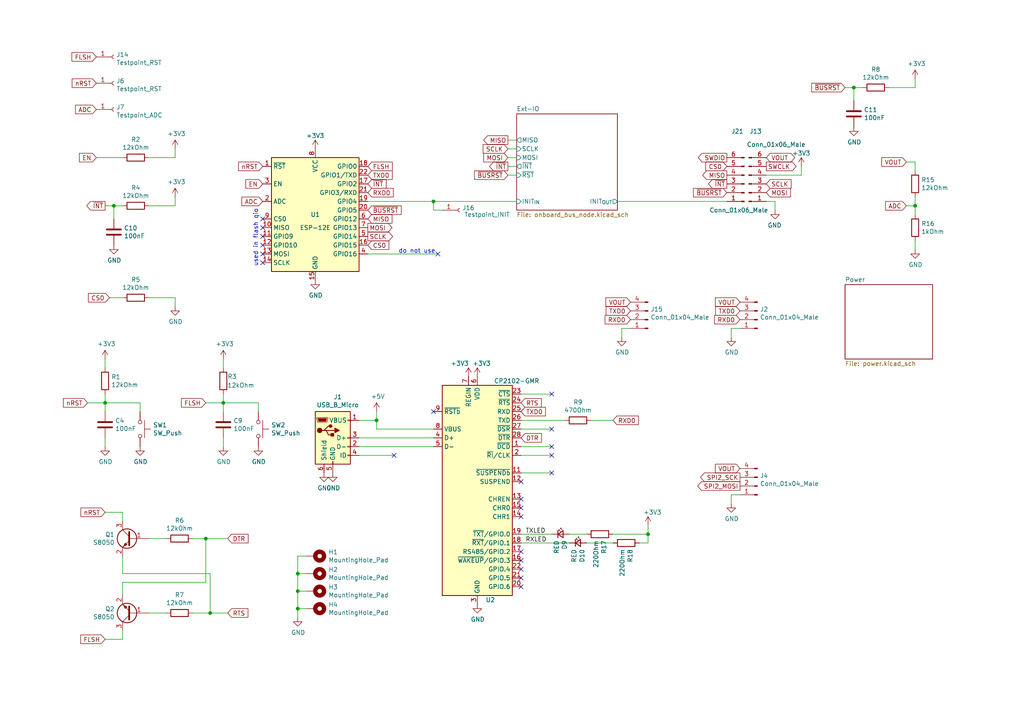
<source format=kicad_sch>
(kicad_sch (version 20211123) (generator eeschema)
  (paper "A4")
  (lib_symbols
    (symbol "Connector:Conn_01x01_Female" (pin_names (offset 1.016) hide)
      (property "Reference" "J" (at 0 2.54 0))
      (property "Value" "Conn_01x01_Female" (at 0 -2.54 0))
      (symbol "Conn_01x01_Female_1_1"
        (polyline (pts (xy -1.27 0) (xy -0.508 0)) (stroke (width 0.1524)))
        (arc (start 0 0.508) (mid -0.508 0) (end 0 -0.508) (stroke (width 0.1524)))
        (pin passive line (at -5.08 0 0) (length 3.81) (name "Pin_1") (number "1"))
      )
    )
    (symbol "Connector:Conn_01x04_Male" (pin_names (offset 1.016) hide)
      (property "Reference" "J" (at 0 5.08 0))
      (property "Value" "Conn_01x04_Male" (at 0 -7.62 0))
      (symbol "Conn_01x04_Male_1_1"
        (polyline (pts (xy 1.27 -5.08) (xy 0.8636 -5.08)) (stroke (width 0.1524)))
        (polyline (pts (xy 1.27 -2.54) (xy 0.8636 -2.54)) (stroke (width 0.1524)))
        (polyline (pts (xy 1.27 0) (xy 0.8636 0)) (stroke (width 0.1524)))
        (polyline (pts (xy 1.27 2.54) (xy 0.8636 2.54)) (stroke (width 0.1524)))
        (rectangle (start 0.8636 -4.953) (end 0 -5.207) (stroke (width 0.1524)) (fill (type outline)))
        (rectangle (start 0.8636 -2.413) (end 0 -2.667) (stroke (width 0.1524)) (fill (type outline)))
        (rectangle (start 0.8636 0.127) (end 0 -0.127) (stroke (width 0.1524)) (fill (type outline)))
        (rectangle (start 0.8636 2.667) (end 0 2.413) (stroke (width 0.1524)) (fill (type outline)))
        (pin passive line (at 5.08 2.54 180) (length 3.81) (name "Pin_1") (number "1"))
        (pin passive line (at 5.08 0 180) (length 3.81) (name "Pin_2") (number "2"))
        (pin passive line (at 5.08 -2.54 180) (length 3.81) (name "Pin_3") (number "3"))
        (pin passive line (at 5.08 -5.08 180) (length 3.81) (name "Pin_4") (number "4"))
      )
    )
    (symbol "Connector:Conn_01x06_Male" (pin_names (offset 1.016) hide)
      (property "Reference" "J" (at 0 7.62 0))
      (property "Value" "Conn_01x06_Male" (at 0 -10.16 0))
      (symbol "Conn_01x06_Male_1_1"
        (polyline (pts (xy 1.27 -7.62) (xy 0.8636 -7.62)) (stroke (width 0.1524)))
        (polyline (pts (xy 1.27 -5.08) (xy 0.8636 -5.08)) (stroke (width 0.1524)))
        (polyline (pts (xy 1.27 -2.54) (xy 0.8636 -2.54)) (stroke (width 0.1524)))
        (polyline (pts (xy 1.27 0) (xy 0.8636 0)) (stroke (width 0.1524)))
        (polyline (pts (xy 1.27 2.54) (xy 0.8636 2.54)) (stroke (width 0.1524)))
        (polyline (pts (xy 1.27 5.08) (xy 0.8636 5.08)) (stroke (width 0.1524)))
        (rectangle (start 0.8636 -7.493) (end 0 -7.747) (stroke (width 0.1524)) (fill (type outline)))
        (rectangle (start 0.8636 -4.953) (end 0 -5.207) (stroke (width 0.1524)) (fill (type outline)))
        (rectangle (start 0.8636 -2.413) (end 0 -2.667) (stroke (width 0.1524)) (fill (type outline)))
        (rectangle (start 0.8636 0.127) (end 0 -0.127) (stroke (width 0.1524)) (fill (type outline)))
        (rectangle (start 0.8636 2.667) (end 0 2.413) (stroke (width 0.1524)) (fill (type outline)))
        (rectangle (start 0.8636 5.207) (end 0 4.953) (stroke (width 0.1524)) (fill (type outline)))
        (pin passive line (at 5.08 5.08 180) (length 3.81) (name "Pin_1") (number "1"))
        (pin passive line (at 5.08 2.54 180) (length 3.81) (name "Pin_2") (number "2"))
        (pin passive line (at 5.08 0 180) (length 3.81) (name "Pin_3") (number "3"))
        (pin passive line (at 5.08 -2.54 180) (length 3.81) (name "Pin_4") (number "4"))
        (pin passive line (at 5.08 -5.08 180) (length 3.81) (name "Pin_5") (number "5"))
        (pin passive line (at 5.08 -7.62 180) (length 3.81) (name "Pin_6") (number "6"))
      )
    )
    (symbol "Connector:USB_B_Micro" (pin_names (offset 1.016))
      (property "Reference" "J" (at -5.08 11.43 0))
      (property "Value" "USB_B_Micro" (at -5.08 8.89 0))
      (symbol "USB_B_Micro_0_1"
        (rectangle (start -5.08 -7.62) (end 5.08 7.62) (stroke (width 0.254)) (fill (type background)))
        (circle (center -3.81 2.159) (radius 0.635) (stroke (width 0.254)) (fill (type outline)))
        (circle (center -0.635 3.429) (radius 0.381) (stroke (width 0.254)) (fill (type outline)))
        (rectangle (start -0.127 -7.62) (end 0.127 -6.858))
        (polyline (pts (xy -1.905 2.159) (xy 0.635 2.159)) (stroke (width 0.254)))
        (polyline (pts (xy -3.175 2.159) (xy -2.54 2.159) (xy -1.27 3.429) (xy -0.635 3.429)) (stroke (width 0.254)))
        (polyline (pts (xy -2.54 2.159) (xy -1.905 2.159) (xy -1.27 0.889) (xy 0 0.889)) (stroke (width 0.254)))
        (polyline (pts (xy 0.635 2.794) (xy 0.635 1.524) (xy 1.905 2.159) (xy 0.635 2.794)) (stroke (width 0.254)) (fill (type outline)))
        (polyline (pts (xy -4.318 5.588) (xy -1.778 5.588) (xy -2.032 4.826) (xy -4.064 4.826) (xy -4.318 5.588)) (fill (type outline)))
        (polyline (pts (xy -4.699 5.842) (xy -4.699 5.588) (xy -4.445 4.826) (xy -4.445 4.572) (xy -1.651 4.572) (xy -1.651 4.826) (xy -1.397 5.588) (xy -1.397 5.842) (xy -4.699 5.842)))
        (rectangle (start 0.254 1.27) (end -0.508 0.508) (stroke (width 0.254)) (fill (type outline)))
        (rectangle (start 5.08 -5.207) (end 4.318 -4.953))
        (rectangle (start 5.08 -2.667) (end 4.318 -2.413))
        (rectangle (start 5.08 -0.127) (end 4.318 0.127))
        (rectangle (start 5.08 4.953) (end 4.318 5.207))
      )
      (symbol "USB_B_Micro_1_1"
        (pin power_out line (at 7.62 5.08 180) (length 2.54) (name "VBUS") (number "1"))
        (pin bidirectional line (at 7.62 -2.54 180) (length 2.54) (name "D-") (number "2"))
        (pin bidirectional line (at 7.62 0 180) (length 2.54) (name "D+") (number "3"))
        (pin passive line (at 7.62 -5.08 180) (length 2.54) (name "ID") (number "4"))
        (pin power_out line (at 0 -10.16 90) (length 2.54) (name "GND") (number "5"))
        (pin passive line (at -2.54 -10.16 90) (length 2.54) (name "Shield") (number "6"))
      )
    )
    (symbol "Device:C" (pin_numbers hide) (pin_names (offset 0.254))
      (property "Reference" "C" (at 0.635 2.54 0))
      (property "Value" "C" (at 0.635 -2.54 0))
      (symbol "C_0_1"
        (polyline (pts (xy -2.032 -0.762) (xy 2.032 -0.762)) (stroke (width 0.508)))
        (polyline (pts (xy -2.032 0.762) (xy 2.032 0.762)) (stroke (width 0.508)))
      )
      (symbol "C_1_1"
        (pin passive line (at 0 3.81 270) (length 2.794) (name "~") (number "1"))
        (pin passive line (at 0 -3.81 90) (length 2.794) (name "~") (number "2"))
      )
    )
    (symbol "Device:LED_Small" (pin_numbers hide) (pin_names (offset 0.254) hide)
      (property "Reference" "D" (at -1.27 3.175 0))
      (property "Value" "LED_Small" (at -4.445 -2.54 0))
      (symbol "LED_Small_0_1"
        (polyline (pts (xy -0.762 -1.016) (xy -0.762 1.016)) (stroke (width 0.254)))
        (polyline (pts (xy 1.016 0) (xy -0.762 0)))
        (polyline (pts (xy 0.762 -1.016) (xy -0.762 0) (xy 0.762 1.016) (xy 0.762 -1.016)) (stroke (width 0.254)))
        (polyline (pts (xy 0 0.762) (xy -0.508 1.27) (xy -0.254 1.27) (xy -0.508 1.27) (xy -0.508 1.016)))
        (polyline (pts (xy 0.508 1.27) (xy 0 1.778) (xy 0.254 1.778) (xy 0 1.778) (xy 0 1.524)))
      )
      (symbol "LED_Small_1_1"
        (pin passive line (at -2.54 0 0) (length 1.778) (name "K") (number "1"))
        (pin passive line (at 2.54 0 180) (length 1.778) (name "A") (number "2"))
      )
    )
    (symbol "Device:Q_NPN_BEC" (pin_names (offset 0) hide)
      (property "Reference" "Q" (at 5.08 1.27 0))
      (property "Value" "Q_NPN_BEC" (at 5.08 -1.27 0))
      (symbol "Q_NPN_BEC_0_1"
        (polyline (pts (xy 0.635 0.635) (xy 2.54 2.54)))
        (polyline (pts (xy 0.635 -0.635) (xy 2.54 -2.54) (xy 2.54 -2.54)))
        (polyline (pts (xy 0.635 1.905) (xy 0.635 -1.905) (xy 0.635 -1.905)) (stroke (width 0.508)))
        (polyline (pts (xy 1.27 -1.778) (xy 1.778 -1.27) (xy 2.286 -2.286) (xy 1.27 -1.778) (xy 1.27 -1.778)) (fill (type outline)))
        (circle (center 1.27 0) (radius 2.8194) (stroke (width 0.254)))
      )
      (symbol "Q_NPN_BEC_1_1"
        (pin input line (at -5.08 0 0) (length 5.715) (name "B") (number "1"))
        (pin passive line (at 2.54 -5.08 90) (length 2.54) (name "E") (number "2"))
        (pin passive line (at 2.54 5.08 270) (length 2.54) (name "C") (number "3"))
      )
    )
    (symbol "Device:R" (pin_numbers hide) (pin_names (offset 0))
      (property "Reference" "R" (at 2.032 0 90))
      (property "Value" "R" (at 0 0 90))
      (symbol "R_0_1"
        (rectangle (start -1.016 -2.54) (end 1.016 2.54) (stroke (width 0.254)))
      )
      (symbol "R_1_1"
        (pin passive line (at 0 3.81 270) (length 1.27) (name "~") (number "1"))
        (pin passive line (at 0 -3.81 90) (length 1.27) (name "~") (number "2"))
      )
    )
    (symbol "Interface_USB:CP2102N-A01-GQFN28"
      (property "Reference" "U" (at -7.62 31.75 0))
      (property "Value" "Interface_USB_CP2102N-A01-GQFN28" (at 26.67 31.75 0))
      (symbol "CP2102N-A01-GQFN28_0_1"
        (rectangle (start -10.16 30.48) (end 10.16 -30.48) (stroke (width 0.254)) (fill (type background)))
      )
      (symbol "CP2102N-A01-GQFN28_1_1"
        (pin input line (at 12.7 12.7 180) (length 2.54) (name "~{DCD}") (number "1"))
        (pin no_connect line (at -10.16 -10.16 0) (length 2.54) hide (name "NC") (number "10"))
        (pin output line (at 12.7 5.08 180) (length 2.54) (name "~{SUSPENDb}") (number "11"))
        (pin output line (at 12.7 2.54 180) (length 2.54) (name "SUSPEND") (number "12"))
        (pin output line (at 12.7 -2.54 180) (length 2.54) (name "CHREN") (number "13"))
        (pin output line (at 12.7 -7.62 180) (length 2.54) (name "CHR1") (number "14"))
        (pin output line (at 12.7 -5.08 180) (length 2.54) (name "CHR0") (number "15"))
        (pin bidirectional line (at 12.7 -20.32 180) (length 2.54) (name "~{WAKEUP}/GPIO.3") (number "16"))
        (pin bidirectional line (at 12.7 -17.78 180) (length 2.54) (name "RS485/GPIO.2") (number "17"))
        (pin bidirectional line (at 12.7 -15.24 180) (length 2.54) (name "~{RXT}/GPIO.1") (number "18"))
        (pin bidirectional line (at 12.7 -12.7 180) (length 2.54) (name "~{TXT}/GPIO.0") (number "19"))
        (pin bidirectional line (at 12.7 10.16 180) (length 2.54) (name "~{RI}/CLK") (number "2"))
        (pin bidirectional line (at 12.7 -27.94 180) (length 2.54) (name "GPIO.6") (number "20"))
        (pin bidirectional line (at 12.7 -25.4 180) (length 2.54) (name "GPIO.5") (number "21"))
        (pin bidirectional line (at 12.7 -22.86 180) (length 2.54) (name "GPIO.4") (number "22"))
        (pin input line (at 12.7 27.94 180) (length 2.54) (name "~{CTS}") (number "23"))
        (pin output line (at 12.7 25.4 180) (length 2.54) (name "~{RTS}") (number "24"))
        (pin input line (at 12.7 22.86 180) (length 2.54) (name "RXD") (number "25"))
        (pin output line (at 12.7 20.32 180) (length 2.54) (name "TXD") (number "26"))
        (pin input line (at 12.7 17.78 180) (length 2.54) (name "~{DSR}") (number "27"))
        (pin output line (at 12.7 15.24 180) (length 2.54) (name "~{DTR}") (number "28"))
        (pin passive line (at 0 -33.02 90) (length 2.54) hide (name "GND") (number "29"))
        (pin power_in line (at 0 -33.02 90) (length 2.54) (name "GND") (number "3"))
        (pin bidirectional line (at -12.7 15.24 0) (length 2.54) (name "D+") (number "4"))
        (pin bidirectional line (at -12.7 12.7 0) (length 2.54) (name "D-") (number "5"))
        (pin passive line (at 0 33.02 270) (length 2.54) (name "VDD") (number "6"))
        (pin power_in line (at -2.54 33.02 270) (length 2.54) (name "REGIN") (number "7"))
        (pin input line (at -12.7 17.78 0) (length 2.54) (name "VBUS") (number "8"))
        (pin input line (at -12.7 22.86 0) (length 2.54) (name "~{RSTb}") (number "9"))
      )
    )
    (symbol "Mechanical:MountingHole_Pad" (pin_numbers hide) (pin_names (offset 1.016) hide)
      (property "Reference" "H" (at 0 6.35 0))
      (property "Value" "MountingHole_Pad" (at 0 4.445 0))
      (symbol "MountingHole_Pad_0_1"
        (circle (center 0 1.27) (radius 1.27) (stroke (width 1.27)))
      )
      (symbol "MountingHole_Pad_1_1"
        (pin input line (at 0 -2.54 90) (length 2.54) (name "1") (number "1"))
      )
    )
    (symbol "RF_Module:ESP-12E"
      (property "Reference" "U" (at -12.7 19.05 0))
      (property "Value" "ESP-12E" (at 12.7 19.05 0))
      (symbol "ESP-12E_0_1"
        (rectangle (start -12.7 17.78) (end 12.7 -15.24) (stroke (width 0.254)) (fill (type background)))
      )
      (symbol "ESP-12E_1_1"
        (pin input line (at -15.24 15.24 0) (length 2.54) (name "~{RST}") (number "1"))
        (pin bidirectional line (at -15.24 -2.54 0) (length 2.54) (name "MISO") (number "10"))
        (pin bidirectional line (at -15.24 -5.08 0) (length 2.54) (name "GPIO9") (number "11"))
        (pin bidirectional line (at -15.24 -7.62 0) (length 2.54) (name "GPIO10") (number "12"))
        (pin bidirectional line (at -15.24 -10.16 0) (length 2.54) (name "MOSI") (number "13"))
        (pin bidirectional line (at -15.24 -12.7 0) (length 2.54) (name "SCLK") (number "14"))
        (pin power_in line (at 0 -17.78 90) (length 2.54) (name "GND") (number "15"))
        (pin bidirectional line (at 15.24 -7.62 180) (length 2.54) (name "GPIO15") (number "16"))
        (pin bidirectional line (at 15.24 10.16 180) (length 2.54) (name "GPIO2") (number "17"))
        (pin bidirectional line (at 15.24 15.24 180) (length 2.54) (name "GPIO0") (number "18"))
        (pin bidirectional line (at 15.24 5.08 180) (length 2.54) (name "GPIO4") (number "19"))
        (pin input line (at -15.24 5.08 0) (length 2.54) (name "ADC") (number "2"))
        (pin bidirectional line (at 15.24 2.54 180) (length 2.54) (name "GPIO5") (number "20"))
        (pin bidirectional line (at 15.24 7.62 180) (length 2.54) (name "GPIO3/RXD") (number "21"))
        (pin bidirectional line (at 15.24 12.7 180) (length 2.54) (name "GPIO1/TXD") (number "22"))
        (pin input line (at -15.24 10.16 0) (length 2.54) (name "EN") (number "3"))
        (pin bidirectional line (at 15.24 -10.16 180) (length 2.54) (name "GPIO16") (number "4"))
        (pin bidirectional line (at 15.24 -5.08 180) (length 2.54) (name "GPIO14") (number "5"))
        (pin bidirectional line (at 15.24 0 180) (length 2.54) (name "GPIO12") (number "6"))
        (pin bidirectional line (at 15.24 -2.54 180) (length 2.54) (name "GPIO13") (number "7"))
        (pin power_in line (at 0 20.32 270) (length 2.54) (name "VCC") (number "8"))
        (pin input line (at -15.24 0 0) (length 2.54) (name "CS0") (number "9"))
      )
    )
    (symbol "Switch:SW_Push" (pin_numbers hide) (pin_names (offset 1.016) hide)
      (property "Reference" "SW" (at 1.27 2.54 0))
      (property "Value" "SW_Push" (at 0 -1.524 0))
      (symbol "SW_Push_0_1"
        (circle (center -2.032 0) (radius 0.508))
        (polyline (pts (xy 0 1.27) (xy 0 3.048)))
        (polyline (pts (xy 2.54 1.27) (xy -2.54 1.27)))
        (circle (center 2.032 0) (radius 0.508))
        (pin passive line (at -5.08 0 0) (length 2.54) (name "1") (number "1"))
        (pin passive line (at 5.08 0 180) (length 2.54) (name "2") (number "2"))
      )
    )
    (symbol "power:+3.3V" (power) (pin_names (offset 0))
      (property "Value" "+3.3V" (at 0 3.556 0))
      (symbol "+3.3V_0_1"
        (polyline (pts (xy -0.762 1.27) (xy 0 2.54)))
        (polyline (pts (xy 0 0) (xy 0 2.54)))
        (polyline (pts (xy 0 2.54) (xy 0.762 1.27)))
      )
      (symbol "+3.3V_1_1"
        (pin power_in line (at 0 0 90) (length 0) hide (name "+3V3") (number "1"))
      )
    )
    (symbol "power:+5V" (power) (pin_names (offset 0))
      (property "Value" "+5V" (at 0 3.556 0))
      (symbol "+5V_0_1"
        (polyline (pts (xy -0.762 1.27) (xy 0 2.54)))
        (polyline (pts (xy 0 0) (xy 0 2.54)))
        (polyline (pts (xy 0 2.54) (xy 0.762 1.27)))
      )
      (symbol "+5V_1_1"
        (pin power_in line (at 0 0 90) (length 0) hide (name "+5V") (number "1"))
      )
    )
    (symbol "power:GND" (power) (pin_names (offset 0))
      (property "Value" "GND" (at 0 -3.81 0))
      (symbol "GND_0_1"
        (polyline (pts (xy 0 0) (xy 0 -1.27) (xy 1.27 -1.27) (xy 0 -2.54) (xy -1.27 -1.27) (xy 0 -1.27)))
      )
      (symbol "GND_1_1"
        (pin power_in line (at 0 0 270) (length 0) hide (name "GND") (number "1"))
      )
    )
  )
  (junction (at 265.43 59.69))
  (junction (at 86.36 171.45))
  (junction (at 60.96 177.8))
  (junction (at 64.77 116.84))
  (junction (at 33.02 59.69))
  (junction (at 59.69 156.21))
  (junction (at 187.96 154.94))
  (junction (at 109.22 121.92))
  (junction (at 247.65 25.4))
  (junction (at 125.73 58.42))
  (junction (at 86.36 176.53))
  (junction (at 30.48 116.84))
  (junction (at 86.36 166.37))
  (no_connect (at 76.2 71.12))
  (no_connect (at 160.02 137.16))
  (no_connect (at 151.13 165.1))
  (no_connect (at 125.73 119.38))
  (no_connect (at 76.2 73.66))
  (no_connect (at 76.2 63.5))
  (no_connect (at 160.02 129.54))
  (no_connect (at 127 73.66))
  (no_connect (at 151.13 149.86))
  (no_connect (at 160.02 124.46))
  (no_connect (at 151.13 162.56))
  (no_connect (at 151.13 144.78))
  (no_connect (at 151.13 147.32))
  (no_connect (at 76.2 68.58))
  (no_connect (at 76.2 66.04))
  (no_connect (at 151.13 170.18))
  (no_connect (at 76.2 76.2))
  (no_connect (at 114.3 132.08))
  (no_connect (at 160.02 114.3))
  (no_connect (at 160.02 132.08))
  (no_connect (at 151.13 160.02))
  (no_connect (at 151.13 167.64))
  (no_connect (at 151.13 139.7))
  (wire (pts (xy 125.73 127) (xy 104.14 127)))
  (wire (pts (xy 151.13 137.16) (xy 160.02 137.16)))
  (wire (pts (xy 151.13 132.08) (xy 160.02 132.08)))
  (wire (pts (xy 33.02 59.69) (xy 33.02 63.5)))
  (wire (pts (xy 59.69 168.91) (xy 59.69 156.21)))
  (wire (pts (xy 35.56 172.72) (xy 35.56 168.91)))
  (wire (pts (xy 262.89 59.69) (xy 265.43 59.69)))
  (wire (pts (xy 35.56 59.69) (xy 33.02 59.69)))
  (wire (pts (xy 60.96 166.37) (xy 60.96 177.8)))
  (wire (pts (xy 35.56 161.29) (xy 35.56 166.37)))
  (wire (pts (xy 106.68 58.42) (xy 125.73 58.42)))
  (wire (pts (xy 265.43 25.4) (xy 265.43 22.86)))
  (wire (pts (xy 265.43 72.39) (xy 265.43 69.85)))
  (wire (pts (xy 88.9 176.53) (xy 86.36 176.53)))
  (wire (pts (xy 179.07 58.42) (xy 210.82 58.42)))
  (wire (pts (xy 30.48 116.84) (xy 30.48 119.38)))
  (wire (pts (xy 43.18 86.36) (xy 50.8 86.36)))
  (wire (pts (xy 35.56 185.42) (xy 30.48 185.42)))
  (wire (pts (xy 86.36 161.29) (xy 86.36 166.37)))
  (wire (pts (xy 125.73 60.96) (xy 125.73 58.42)))
  (wire (pts (xy 187.96 154.94) (xy 187.96 152.4)))
  (wire (pts (xy 86.36 176.53) (xy 86.36 179.07)))
  (wire (pts (xy 165.1 154.94) (xy 170.18 154.94)))
  (wire (pts (xy 109.22 121.92) (xy 109.22 119.38)))
  (wire (pts (xy 88.9 161.29) (xy 86.36 161.29)))
  (wire (pts (xy 74.93 119.38) (xy 74.93 116.84)))
  (wire (pts (xy 33.02 59.69) (xy 30.48 59.69)))
  (wire (pts (xy 265.43 49.53) (xy 265.43 46.99)))
  (wire (pts (xy 48.26 156.21) (xy 43.18 156.21)))
  (wire (pts (xy 147.32 45.72) (xy 149.86 45.72)))
  (wire (pts (xy 30.48 114.3) (xy 30.48 116.84)))
  (wire (pts (xy 50.8 86.36) (xy 50.8 88.9)))
  (wire (pts (xy 35.56 151.13) (xy 35.56 148.59)))
  (wire (pts (xy 86.36 171.45) (xy 86.36 176.53)))
  (wire (pts (xy 147.32 40.64) (xy 149.86 40.64)))
  (wire (pts (xy 247.65 25.4) (xy 245.11 25.4)))
  (wire (pts (xy 64.77 127) (xy 64.77 129.54)))
  (wire (pts (xy 64.77 114.3) (xy 64.77 116.84)))
  (wire (pts (xy 212.09 95.25) (xy 212.09 97.79)))
  (wire (pts (xy 104.14 132.08) (xy 114.3 132.08)))
  (wire (pts (xy 30.48 104.14) (xy 30.48 106.68)))
  (wire (pts (xy 257.81 25.4) (xy 265.43 25.4)))
  (wire (pts (xy 43.18 59.69) (xy 50.8 59.69)))
  (wire (pts (xy 30.48 127) (xy 30.48 129.54)))
  (wire (pts (xy 151.13 154.94) (xy 160.02 154.94)))
  (wire (pts (xy 185.42 157.48) (xy 187.96 157.48)))
  (wire (pts (xy 66.04 177.8) (xy 60.96 177.8)))
  (wire (pts (xy 59.69 156.21) (xy 55.88 156.21)))
  (wire (pts (xy 180.34 95.25) (xy 180.34 97.79)))
  (wire (pts (xy 40.64 116.84) (xy 30.48 116.84)))
  (wire (pts (xy 109.22 124.46) (xy 125.73 124.46)))
  (wire (pts (xy 35.56 148.59) (xy 30.48 148.59)))
  (wire (pts (xy 232.41 50.8) (xy 222.25 50.8)))
  (wire (pts (xy 50.8 45.72) (xy 50.8 43.18)))
  (wire (pts (xy 43.18 45.72) (xy 50.8 45.72)))
  (wire (pts (xy 35.56 168.91) (xy 59.69 168.91)))
  (wire (pts (xy 224.79 58.42) (xy 224.79 60.96)))
  (wire (pts (xy 88.9 171.45) (xy 86.36 171.45)))
  (wire (pts (xy 214.63 95.25) (xy 212.09 95.25)))
  (wire (pts (xy 125.73 58.42) (xy 149.86 58.42)))
  (wire (pts (xy 187.96 157.48) (xy 187.96 154.94)))
  (wire (pts (xy 147.32 50.8) (xy 149.86 50.8)))
  (wire (pts (xy 59.69 116.84) (xy 64.77 116.84)))
  (wire (pts (xy 35.56 182.88) (xy 35.56 185.42)))
  (wire (pts (xy 147.32 48.26) (xy 149.86 48.26)))
  (wire (pts (xy 265.43 62.23) (xy 265.43 59.69)))
  (wire (pts (xy 35.56 166.37) (xy 60.96 166.37)))
  (wire (pts (xy 25.4 116.84) (xy 30.48 116.84)))
  (wire (pts (xy 74.93 116.84) (xy 64.77 116.84)))
  (wire (pts (xy 151.13 129.54) (xy 160.02 129.54)))
  (wire (pts (xy 247.65 25.4) (xy 247.65 29.21)))
  (wire (pts (xy 104.14 121.92) (xy 109.22 121.92)))
  (wire (pts (xy 55.88 177.8) (xy 60.96 177.8)))
  (wire (pts (xy 109.22 121.92) (xy 109.22 124.46)))
  (wire (pts (xy 151.13 124.46) (xy 160.02 124.46)))
  (wire (pts (xy 151.13 157.48) (xy 165.1 157.48)))
  (wire (pts (xy 43.18 177.8) (xy 48.26 177.8)))
  (wire (pts (xy 177.8 154.94) (xy 187.96 154.94)))
  (wire (pts (xy 40.64 119.38) (xy 40.64 116.84)))
  (wire (pts (xy 125.73 129.54) (xy 104.14 129.54)))
  (wire (pts (xy 86.36 166.37) (xy 86.36 171.45)))
  (wire (pts (xy 265.43 59.69) (xy 265.43 57.15)))
  (wire (pts (xy 222.25 58.42) (xy 224.79 58.42)))
  (wire (pts (xy 50.8 59.69) (xy 50.8 57.15)))
  (wire (pts (xy 250.19 25.4) (xy 247.65 25.4)))
  (wire (pts (xy 88.9 166.37) (xy 86.36 166.37)))
  (wire (pts (xy 214.63 143.51) (xy 212.09 143.51)))
  (wire (pts (xy 182.88 95.25) (xy 180.34 95.25)))
  (wire (pts (xy 35.56 86.36) (xy 31.75 86.36)))
  (wire (pts (xy 265.43 46.99) (xy 262.89 46.99)))
  (wire (pts (xy 35.56 45.72) (xy 27.94 45.72)))
  (wire (pts (xy 147.32 43.18) (xy 149.86 43.18)))
  (wire (pts (xy 151.13 114.3) (xy 160.02 114.3)))
  (wire (pts (xy 232.41 48.26) (xy 232.41 50.8)))
  (wire (pts (xy 163.83 121.92) (xy 151.13 121.92)))
  (wire (pts (xy 127 73.66) (xy 106.68 73.66)))
  (wire (pts (xy 66.04 156.21) (xy 59.69 156.21)))
  (wire (pts (xy 128.27 60.96) (xy 125.73 60.96)))
  (wire (pts (xy 212.09 143.51) (xy 212.09 146.05)))
  (wire (pts (xy 170.18 157.48) (xy 177.8 157.48)))
  (wire (pts (xy 64.77 104.14) (xy 64.77 106.68)))
  (wire (pts (xy 64.77 116.84) (xy 64.77 119.38)))
  (wire (pts (xy 177.8 121.92) (xy 171.45 121.92)))
  (text "do not use" (at 115.57 73.66 0) (effects (font (size 1.27 1.27)) (justify left bottom)))
  (text "used in flash qio" (at 74.93 77.47 90) (effects (font (size 1.27 1.27)) (justify left bottom)))
  (label "TXLED" (at 152.4 154.94 0))
  (label "RXLED" (at 152.4 157.48 0))
  (global_label "VOUT" (shape input) (at 262.89 46.99 180) (property "Referenzen zwischen Schaltplänen" "${INTERSHEET_REFS}" (effects hide)))
  (global_label "MOSI" (shape input) (at 222.25 55.88 0) (property "Referenzen zwischen Schaltplänen" "${INTERSHEET_REFS}" (effects hide)))
  (global_label "FLSH" (shape input) (at 27.94 16.51 180) (property "Referenzen zwischen Schaltplänen" "${INTERSHEET_REFS}" (effects hide)))
  (global_label "VOUT" (shape input) (at 182.88 87.63 180) (property "Referenzen zwischen Schaltplänen" "${INTERSHEET_REFS}" (effects hide)))
  (global_label "FLSH" (shape input) (at 106.68 48.26 0) (property "Referenzen zwischen Schaltplänen" "${INTERSHEET_REFS}" (effects hide)))
  (global_label "nRST" (shape input) (at 27.94 24.13 180) (property "Referenzen zwischen Schaltplänen" "${INTERSHEET_REFS}" (effects hide)))
  (global_label "ADC" (shape input) (at 27.94 31.75 180) (property "Referenzen zwischen Schaltplänen" "${INTERSHEET_REFS}" (effects hide)))
  (global_label "RXD0" (shape input) (at 214.63 92.71 180) (property "Referenzen zwischen Schaltplänen" "${INTERSHEET_REFS}" (effects hide)))
  (global_label "~{BUSRST}" (shape input) (at 210.82 55.88 180) (property "Referenzen zwischen Schaltplänen" "${INTERSHEET_REFS}" (effects hide)))
  (global_label "FLSH" (shape input) (at 30.48 185.42 180) (property "Referenzen zwischen Schaltplänen" "${INTERSHEET_REFS}" (effects hide)))
  (global_label "EN" (shape input) (at 27.94 45.72 180) (property "Referenzen zwischen Schaltplänen" "${INTERSHEET_REFS}" (effects hide)))
  (global_label "~{INT}" (shape output) (at 210.82 53.34 180) (property "Referenzen zwischen Schaltplänen" "${INTERSHEET_REFS}" (effects hide)))
  (global_label "nRST" (shape input) (at 30.48 148.59 180) (property "Referenzen zwischen Schaltplänen" "${INTERSHEET_REFS}" (effects hide)))
  (global_label "SCLK" (shape input) (at 147.32 43.18 180) (property "Referenzen zwischen Schaltplänen" "${INTERSHEET_REFS}" (effects hide)))
  (global_label "RXD0" (shape input) (at 106.68 55.88 0) (property "Referenzen zwischen Schaltplänen" "${INTERSHEET_REFS}" (effects hide)))
  (global_label "ADC" (shape input) (at 76.2 58.42 180) (property "Referenzen zwischen Schaltplänen" "${INTERSHEET_REFS}" (effects hide)))
  (global_label "MISO" (shape output) (at 147.32 40.64 180) (property "Referenzen zwischen Schaltplänen" "${INTERSHEET_REFS}" (effects hide)))
  (global_label "RXD0" (shape input) (at 182.88 92.71 180) (property "Referenzen zwischen Schaltplänen" "${INTERSHEET_REFS}" (effects hide)))
  (global_label "SWCLK" (shape output) (at 222.25 48.26 0) (property "Referenzen zwischen Schaltplänen" "${INTERSHEET_REFS}" (effects hide)))
  (global_label "MISO" (shape input) (at 106.68 63.5 0) (property "Referenzen zwischen Schaltplänen" "${INTERSHEET_REFS}" (effects hide)))
  (global_label "RTS" (shape input) (at 66.04 177.8 0) (property "Referenzen zwischen Schaltplänen" "${INTERSHEET_REFS}" (effects hide)))
  (global_label "TXD0" (shape input) (at 106.68 50.8 0) (property "Referenzen zwischen Schaltplänen" "${INTERSHEET_REFS}" (effects hide)))
  (global_label "DTR" (shape input) (at 151.13 127 0) (property "Referenzen zwischen Schaltplänen" "${INTERSHEET_REFS}" (effects hide)))
  (global_label "FLSH" (shape input) (at 59.69 116.84 180) (property "Referenzen zwischen Schaltplänen" "${INTERSHEET_REFS}" (effects hide)))
  (global_label "RTS" (shape input) (at 151.13 116.84 0) (property "Referenzen zwischen Schaltplänen" "${INTERSHEET_REFS}" (effects hide)))
  (global_label "nRST" (shape input) (at 76.2 48.26 180) (property "Referenzen zwischen Schaltplänen" "${INTERSHEET_REFS}" (effects hide)))
  (global_label "SWDIO" (shape output) (at 210.82 45.72 180) (property "Referenzen zwischen Schaltplänen" "${INTERSHEET_REFS}" (effects hide)))
  (global_label "VOUT" (shape input) (at 214.63 135.89 180) (property "Referenzen zwischen Schaltplänen" "${INTERSHEET_REFS}" (effects hide)))
  (global_label "TXD0" (shape input) (at 182.88 90.17 180) (property "Referenzen zwischen Schaltplänen" "${INTERSHEET_REFS}" (effects hide)))
  (global_label "~{BUSRST}" (shape input) (at 245.11 25.4 180) (property "Referenzen zwischen Schaltplänen" "${INTERSHEET_REFS}" (effects hide)))
  (global_label "VOUT" (shape bidirectional) (at 222.25 45.72 0) (property "Referenzen zwischen Schaltplänen" "${INTERSHEET_REFS}" (effects hide)))
  (global_label "MOSI" (shape output) (at 106.68 66.04 0) (property "Referenzen zwischen Schaltplänen" "${INTERSHEET_REFS}" (effects hide)))
  (global_label "RXD0" (shape input) (at 177.8 121.92 0) (property "Referenzen zwischen Schaltplänen" "${INTERSHEET_REFS}" (effects hide)))
  (global_label "SPI2_SCK" (shape output) (at 214.63 138.43 180) (property "Referenzen zwischen Schaltplänen" "${INTERSHEET_REFS}" (effects hide)))
  (global_label "MOSI" (shape input) (at 147.32 45.72 180) (property "Referenzen zwischen Schaltplänen" "${INTERSHEET_REFS}" (effects hide)))
  (global_label "DTR" (shape input) (at 66.04 156.21 0) (property "Referenzen zwischen Schaltplänen" "${INTERSHEET_REFS}" (effects hide)))
  (global_label "nRST" (shape input) (at 25.4 116.84 180) (property "Referenzen zwischen Schaltplänen" "${INTERSHEET_REFS}" (effects hide)))
  (global_label "~{INT}" (shape input) (at 106.68 53.34 0) (property "Referenzen zwischen Schaltplänen" "${INTERSHEET_REFS}" (effects hide)))
  (global_label "TXD0" (shape input) (at 214.63 90.17 180) (property "Referenzen zwischen Schaltplänen" "${INTERSHEET_REFS}" (effects hide)))
  (global_label "ADC" (shape input) (at 262.89 59.69 180) (property "Referenzen zwischen Schaltplänen" "${INTERSHEET_REFS}" (effects hide)))
  (global_label "~{BUSRST}" (shape input) (at 106.68 60.96 0) (property "Referenzen zwischen Schaltplänen" "${INTERSHEET_REFS}" (effects hide)))
  (global_label "TXD0" (shape input) (at 151.13 119.38 0) (property "Referenzen zwischen Schaltplänen" "${INTERSHEET_REFS}" (effects hide)))
  (global_label "VOUT" (shape input) (at 214.63 87.63 180) (property "Referenzen zwischen Schaltplänen" "${INTERSHEET_REFS}" (effects hide)))
  (global_label "SCLK" (shape output) (at 106.68 68.58 0) (property "Referenzen zwischen Schaltplänen" "${INTERSHEET_REFS}" (effects hide)))
  (global_label "~{INT}" (shape output) (at 147.32 48.26 180) (property "Referenzen zwischen Schaltplänen" "${INTERSHEET_REFS}" (effects hide)))
  (global_label "SCLK" (shape input) (at 222.25 53.34 0) (property "Referenzen zwischen Schaltplänen" "${INTERSHEET_REFS}" (effects hide)))
  (global_label "CS0" (shape input) (at 106.68 71.12 0) (property "Referenzen zwischen Schaltplänen" "${INTERSHEET_REFS}" (effects hide)))
  (global_label "~{BUSRST}" (shape input) (at 147.32 50.8 180) (property "Referenzen zwischen Schaltplänen" "${INTERSHEET_REFS}" (effects hide)))
  (global_label "~{INT}" (shape output) (at 30.48 59.69 180) (property "Referenzen zwischen Schaltplänen" "${INTERSHEET_REFS}" (effects hide)))
  (global_label "MISO" (shape output) (at 210.82 50.8 180) (property "Referenzen zwischen Schaltplänen" "${INTERSHEET_REFS}" (effects hide)))
  (global_label "CS0" (shape input) (at 210.82 48.26 180) (property "Referenzen zwischen Schaltplänen" "${INTERSHEET_REFS}" (effects hide)))
  (global_label "CS0" (shape input) (at 31.75 86.36 180) (property "Referenzen zwischen Schaltplänen" "${INTERSHEET_REFS}" (effects hide)))
  (global_label "SPI2_MOSI" (shape output) (at 214.63 140.97 180) (property "Referenzen zwischen Schaltplänen" "${INTERSHEET_REFS}" (effects hide)))
  (global_label "EN" (shape input) (at 76.2 53.34 180) (property "Referenzen zwischen Schaltplänen" "${INTERSHEET_REFS}" (effects hide)))
  (symbol (lib_id "Interface_USB:CP2102N-A01-GQFN28") (at 138.43 142.24 0) (unit 1)
    (property "Reference" "U2" (at 142.24 173.99 0))
    (property "Value" "CP2102-GMR" (at 149.86 110.49 0))
    (property "Footprint" "Package_DFN_QFN:QFN-28-1EP_5x5mm_P0.5mm_EP3.35x3.35mm" (effects hide))
    (property "Datasheet" "https://www.silabs.com/documents/public/data-sheets/cp2102n-datasheet.pdf" (effects hide))
    (property "LCSC" "C6568" (effects hide))
  )
  (symbol (lib_id "Device:R") (at 52.07 177.8 270) (unit 1)
    (property "Reference" "R7" (at 52.07 172.5422 90))
    (property "Value" "12kOhm" (at 52.07 174.8536 90))
    (property "Footprint" "Resistor_SMD:R_0603_1608Metric" (effects hide))
    (property "LCSC" "C22790" (effects hide))
  )
  (symbol (lib_id "Device:R") (at 52.07 156.21 270) (unit 1)
    (property "Reference" "R6" (at 52.07 150.9522 90))
    (property "Value" "12kOhm" (at 52.07 153.2636 90))
    (property "Footprint" "Resistor_SMD:R_0603_1608Metric" (effects hide))
    (property "LCSC" "C22790" (effects hide))
  )
  (symbol (lib_id "power:+3.3V") (at 138.43 109.22 0) (unit 1)
    (property "Reference" "#PWR0117" (effects hide))
    (property "Value" "+3.3V" (at 139.7 105.41 0))
  )
  (symbol (lib_id "power:+3.3V") (at 135.89 109.22 0) (unit 1)
    (property "Reference" "#PWR0118" (effects hide))
    (property "Value" "+3.3V" (at 133.35 105.41 0))
  )
  (symbol (lib_id "power:GND") (at 138.43 175.26 0) (unit 1)
    (property "Reference" "#PWR0116" (effects hide))
    (property "Value" "GND" (at 138.557 179.6542 0))
  )
  (symbol (lib_id "Connector:USB_B_Micro") (at 96.52 127 0) (unit 1)
    (property "Reference" "J1" (at 97.9678 115.1382 0))
    (property "Value" "USB_B_Micro" (at 97.9678 117.4496 0))
    (property "Footprint" "stock:micro_usb" (effects hide))
    (property "LCSC" "C40943" (effects hide))
  )
  (symbol (lib_id "power:GND") (at 96.52 137.16 0) (unit 1)
    (property "Reference" "#PWR0114" (effects hide))
    (property "Value" "GND" (at 96.647 141.5542 0))
  )
  (symbol (lib_id "power:GND") (at 93.98 137.16 0) (unit 1)
    (property "Reference" "#PWR0113" (effects hide))
    (property "Value" "GND" (at 94.107 141.5542 0))
  )
  (symbol (lib_id "power:GND") (at 30.48 129.54 0) (unit 1)
    (property "Reference" "#PWR0107" (effects hide))
    (property "Value" "GND" (at 30.607 133.9342 0))
  )
  (symbol (lib_id "power:+3.3V") (at 30.48 104.14 0) (unit 1)
    (property "Reference" "#PWR0110" (effects hide))
    (property "Value" "+3.3V" (at 30.861 99.7458 0))
  )
  (symbol (lib_id "Device:R") (at 30.48 110.49 0) (unit 1)
    (property "Reference" "R1" (at 32.258 109.3216 0) (effects (justify left)))
    (property "Value" "12kOhm" (at 32.258 111.633 0) (effects (justify left)))
    (property "Footprint" "Resistor_SMD:R_0603_1608Metric" (effects hide))
    (property "LCSC" "C22790" (effects hide))
  )
  (symbol (lib_id "Device:C") (at 30.48 123.19 0) (unit 1)
    (property "Reference" "C4" (at 33.401 122.0216 0) (effects (justify left)))
    (property "Value" "100nF" (at 33.401 124.333 0) (effects (justify left)))
    (property "Footprint" "Capacitor_SMD:C_0603_1608Metric" (effects hide))
    (property "LCSC" "C14663" (effects hide))
  )
  (symbol (lib_id "Device:R") (at 39.37 86.36 270) (unit 1)
    (property "Reference" "R5" (at 39.37 81.1022 90))
    (property "Value" "12kOhm" (at 39.37 83.4136 90))
    (property "Footprint" "Resistor_SMD:R_0603_1608Metric" (effects hide))
    (property "LCSC" "C22790" (effects hide))
  )
  (symbol (lib_id "Device:R") (at 39.37 59.69 270) (unit 1)
    (property "Reference" "R4" (at 39.37 54.4322 90))
    (property "Value" "12kOhm" (at 39.37 56.7436 90))
    (property "Footprint" "Resistor_SMD:R_0603_1608Metric" (effects hide))
    (property "LCSC" "C22790" (effects hide))
  )
  (symbol (lib_id "Device:R") (at 64.77 110.49 0) (unit 1)
    (property "Reference" "R3" (at 67.31 109.22 0))
    (property "Value" "12kOhm" (at 69.85 111.76 0))
    (property "Footprint" "Resistor_SMD:R_0603_1608Metric" (effects hide))
    (property "LCSC" "C22790" (effects hide))
  )
  (symbol (lib_id "Device:R") (at 39.37 45.72 270) (unit 1)
    (property "Reference" "R2" (at 39.37 40.4622 90))
    (property "Value" "12kOhm" (at 39.37 42.7736 90))
    (property "Footprint" "Resistor_SMD:R_0603_1608Metric" (effects hide))
    (property "LCSC" "C22790" (effects hide))
  )
  (symbol (lib_id "power:+3.3V") (at 50.8 57.15 0) (unit 1)
    (property "Reference" "#PWR0104" (effects hide))
    (property "Value" "+3.3V" (at 51.181 52.7558 0))
  )
  (symbol (lib_id "power:+3.3V") (at 50.8 43.18 0) (unit 1)
    (property "Reference" "#PWR0105" (effects hide))
    (property "Value" "+3.3V" (at 51.181 38.7858 0))
  )
  (symbol (lib_id "power:GND") (at 50.8 88.9 0) (unit 1)
    (property "Reference" "#PWR0109" (effects hide))
    (property "Value" "GND" (at 50.927 93.2942 0))
  )
  (symbol (lib_id "Device:R") (at 167.64 121.92 270) (unit 1)
    (property "Reference" "R9" (at 167.64 116.6622 90))
    (property "Value" "470Ohm" (at 167.64 118.9736 90))
    (property "Footprint" "Resistor_SMD:R_0603_1608Metric" (effects hide))
    (property "LCSC" "C23179" (effects hide))
  )
  (symbol (lib_id "power:+5V") (at 109.22 119.38 0) (unit 1)
    (property "Reference" "#PWR0119" (effects hide))
    (property "Value" "+5V" (at 109.601 114.9858 0))
  )
  (symbol (lib_id "Connector:Conn_01x04_Male") (at 219.71 140.97 180) (unit 1)
    (property "Reference" "J4" (at 220.4212 137.9728 0) (effects (justify right)))
    (property "Value" "Conn_01x04_Male" (at 220.4212 140.2842 0) (effects (justify right)))
    (property "Footprint" "TerminalBlock:TerminalBlock_bornier-4_P5.08mm" (effects hide))
    (property "LCSC" "-" (effects hide))
  )
  (symbol (lib_id "power:GND") (at 212.09 146.05 0) (unit 1)
    (property "Reference" "#PWR0128" (effects hide))
    (property "Value" "GND" (at 212.217 150.4442 0))
  )
  (symbol (lib_id "power:GND") (at 212.09 97.79 0) (unit 1)
    (property "Reference" "#PWR0120" (effects hide))
    (property "Value" "GND" (at 212.217 102.1842 0))
  )
  (symbol (lib_id "RF_Module:ESP-12E") (at 91.44 63.5 0) (unit 1)
    (property "Reference" "U1" (at 91.44 62.23 0))
    (property "Value" "ESP-12E" (at 91.44 66.04 0))
    (property "Footprint" "RF_Module:ESP-12E" (effects hide))
    (property "Datasheet" "http://wiki.ai-thinker.com/_media/esp8266/esp8266_series_modules_user_manual_v1.1.pdf" (effects hide))
    (property "LCSC" "-" (effects hide))
  )
  (symbol (lib_id "power:GND") (at 224.79 60.96 0) (mirror y) (unit 1)
    (property "Reference" "#PWR0123" (effects hide))
    (property "Value" "GND" (at 224.663 65.3542 0))
  )
  (symbol (lib_id "Device:R") (at 265.43 53.34 180) (unit 1)
    (property "Reference" "R15" (at 267.208 52.1716 0) (effects (justify right)))
    (property "Value" "12kOhm" (at 267.208 54.483 0) (effects (justify right)))
    (property "Footprint" "Resistor_SMD:R_0603_1608Metric" (effects hide))
    (property "LCSC" "C22790" (effects hide))
  )
  (symbol (lib_id "Device:R") (at 265.43 66.04 180) (unit 1)
    (property "Reference" "R16" (at 267.208 64.8716 0) (effects (justify right)))
    (property "Value" "1kOhm" (at 267.208 67.183 0) (effects (justify right)))
    (property "Footprint" "Resistor_SMD:R_0603_1608Metric" (effects hide))
    (property "LCSC" "C21190" (effects hide))
  )
  (symbol (lib_id "power:GND") (at 265.43 72.39 0) (unit 1)
    (property "Reference" "#PWR0122" (effects hide))
    (property "Value" "GND" (at 265.557 76.7842 0))
  )
  (symbol (lib_id "Connector:Conn_01x01_Female") (at 33.02 24.13 0) (unit 1)
    (property "Reference" "J6" (at 33.7312 23.4696 0) (effects (justify left)))
    (property "Value" "Testpoint_RST" (at 33.7312 25.781 0) (effects (justify left)))
    (property "Footprint" "TestPoint:TestPoint_Pad_D2.0mm" (effects hide))
    (property "LCSC" "-" (effects hide))
  )
  (symbol (lib_id "Connector:Conn_01x01_Female") (at 33.02 31.75 0) (unit 1)
    (property "Reference" "J7" (at 33.7312 31.0896 0) (effects (justify left)))
    (property "Value" "Testpoint_ADC" (at 33.7312 33.401 0) (effects (justify left)))
    (property "Footprint" "TestPoint:TestPoint_Pad_D2.0mm" (effects hide))
    (property "LCSC" "-" (effects hide))
  )
  (symbol (lib_id "Mechanical:MountingHole_Pad") (at 91.44 161.29 270) (unit 1)
    (property "Reference" "H1" (at 95.25 160.1216 90) (effects (justify left)))
    (property "Value" "MountingHole_Pad" (at 95.25 162.433 90) (effects (justify left)))
    (property "Footprint" "MountingHole:MountingHole_2.2mm_M2_Pad_Via" (effects hide))
    (property "LCSC" "-" (effects hide))
  )
  (symbol (lib_id "Mechanical:MountingHole_Pad") (at 91.44 166.37 270) (unit 1)
    (property "Reference" "H2" (at 95.25 165.2016 90) (effects (justify left)))
    (property "Value" "MountingHole_Pad" (at 95.25 167.513 90) (effects (justify left)))
    (property "Footprint" "MountingHole:MountingHole_2.2mm_M2_Pad_Via" (effects hide))
    (property "LCSC" "-" (effects hide))
  )
  (symbol (lib_id "Mechanical:MountingHole_Pad") (at 91.44 171.45 270) (unit 1)
    (property "Reference" "H3" (at 95.25 170.2816 90) (effects (justify left)))
    (property "Value" "MountingHole_Pad" (at 95.25 172.593 90) (effects (justify left)))
    (property "Footprint" "MountingHole:MountingHole_2.2mm_M2_Pad_Via" (effects hide))
    (property "LCSC" "-" (effects hide))
  )
  (symbol (lib_id "Mechanical:MountingHole_Pad") (at 91.44 176.53 270) (unit 1)
    (property "Reference" "H4" (at 95.25 175.3616 90) (effects (justify left)))
    (property "Value" "MountingHole_Pad" (at 95.25 177.673 90) (effects (justify left)))
    (property "Footprint" "MountingHole:MountingHole_2.2mm_M2_Pad_Via" (effects hide))
    (property "LCSC" "-" (effects hide))
  )
  (symbol (lib_id "power:GND") (at 86.36 179.07 0) (unit 1)
    (property "Reference" "#PWR0112" (effects hide))
    (property "Value" "GND" (at 86.487 183.4642 0))
  )
  (symbol (lib_id "Device:Q_NPN_BEC") (at 38.1 177.8 180) (unit 1)
    (property "Reference" "Q2" (at 33.2486 176.6316 0) (effects (justify left)))
    (property "Value" "S8050" (at 33.2486 178.943 0) (effects (justify left)))
    (property "Footprint" "Package_TO_SOT_SMD:SOT-23" (effects hide))
    (property "Datasheet" "http://www.unisonic.com.tw/datasheet/S8050.pdf" (effects hide))
    (property "LCSC" "C2146" (effects hide))
  )
  (symbol (lib_id "Device:Q_NPN_BEC") (at 38.1 156.21 0) (mirror y) (unit 1)
    (property "Reference" "Q1" (at 33.2486 155.0416 0) (effects (justify left)))
    (property "Value" "S8050" (at 33.2486 157.353 0) (effects (justify left)))
    (property "Footprint" "Package_TO_SOT_SMD:SOT-23" (effects hide))
    (property "Datasheet" "http://www.unisonic.com.tw/datasheet/S8050.pdf" (effects hide))
    (property "LCSC" "C2146" (effects hide))
  )
  (symbol (lib_id "Switch:SW_Push") (at 40.64 124.46 270) (unit 1)
    (property "Reference" "SW1" (at 44.3992 123.2916 90) (effects (justify left)))
    (property "Value" "SW_Push" (at 44.3992 125.603 90) (effects (justify left)))
    (property "Footprint" "Button_Switch_SMD:SW_SPST_CK_RS282G05A3" (effects hide))
    (property "LCSC" "-" (effects hide))
  )
  (symbol (lib_id "Connector:Conn_01x01_Female") (at 33.02 16.51 0) (unit 1)
    (property "Reference" "J14" (at 33.7312 15.8496 0) (effects (justify left)))
    (property "Value" "Testpoint_RST" (at 33.7312 18.161 0) (effects (justify left)))
    (property "Footprint" "TestPoint:TestPoint_Pad_D2.0mm" (effects hide))
    (property "LCSC" "-" (effects hide))
  )
  (symbol (lib_id "power:+3.3V") (at 91.44 43.18 0) (unit 1)
    (property "Reference" "#PWR0101" (effects hide))
    (property "Value" "+3.3V" (at 91.44 39.37 0))
  )
  (symbol (lib_id "power:GND") (at 91.44 81.28 0) (unit 1)
    (property "Reference" "#PWR0102" (effects hide))
    (property "Value" "GND" (at 91.567 85.6742 0))
  )
  (symbol (lib_id "Connector:Conn_01x04_Male") (at 219.71 92.71 180) (unit 1)
    (property "Reference" "J2" (at 220.4212 89.7128 0) (effects (justify right)))
    (property "Value" "Conn_01x04_Male" (at 220.4212 92.0242 0) (effects (justify right)))
    (property "Footprint" "TerminalBlock:TerminalBlock_bornier-4_P5.08mm" (effects hide))
    (property "LCSC" "-" (effects hide))
  )
  (symbol (lib_id "Connector:Conn_01x06_Male") (at 217.17 53.34 0) (mirror x) (unit 1)
    (property "Reference" "J13" (at 220.98 38.1 0) (effects (justify right)))
    (property "Value" "Conn_01x06_Male" (at 233.68 41.91 0) (effects (justify right)))
    (property "Footprint" "Connector_PinHeader_2.54mm:PinHeader_1x06_P2.54mm_Vertical" (effects hide))
    (property "LCSC" "-" (effects hide))
  )
  (symbol (lib_id "power:GND") (at 40.64 129.54 0) (unit 1)
    (property "Reference" "#PWR0108" (effects hide))
    (property "Value" "GND" (at 40.767 133.9342 0))
  )
  (symbol (lib_id "power:GND") (at 64.77 129.54 0) (unit 1)
    (property "Reference" "#PWR0106" (effects hide))
    (property "Value" "GND" (at 64.897 133.9342 0))
  )
  (symbol (lib_id "power:+3.3V") (at 64.77 104.14 0) (unit 1)
    (property "Reference" "#PWR0111" (effects hide))
    (property "Value" "+3.3V" (at 65.151 99.7458 0))
  )
  (symbol (lib_id "Device:C") (at 64.77 123.19 0) (unit 1)
    (property "Reference" "C9" (at 67.691 122.0216 0) (effects (justify left)))
    (property "Value" "100nF" (at 67.691 124.333 0) (effects (justify left)))
    (property "Footprint" "Capacitor_SMD:C_0603_1608Metric" (effects hide))
    (property "LCSC" "C14663" (effects hide))
  )
  (symbol (lib_id "Switch:SW_Push") (at 74.93 124.46 270) (unit 1)
    (property "Reference" "SW2" (at 78.6892 123.2916 90) (effects (justify left)))
    (property "Value" "SW_Push" (at 78.6892 125.603 90) (effects (justify left)))
    (property "Footprint" "Button_Switch_SMD:SW_SPST_CK_RS282G05A3" (effects hide))
    (property "LCSC" "-" (effects hide))
  )
  (symbol (lib_id "power:GND") (at 74.93 129.54 0) (unit 1)
    (property "Reference" "#PWR0115" (effects hide))
    (property "Value" "GND" (at 75.057 133.9342 0))
  )
  (symbol (lib_id "Device:LED_Small") (at 162.56 154.94 0) (unit 1)
    (property "Reference" "D9" (at 163.7284 156.718 90) (effects (justify right)))
    (property "Value" "RED" (at 161.417 156.718 90) (effects (justify right)))
    (property "Footprint" "LED_SMD:LED_0603_1608Metric" (effects hide))
    (property "LCSC" "C2286" (effects hide))
  )
  (symbol (lib_id "Device:LED_Small") (at 167.64 157.48 0) (unit 1)
    (property "Reference" "D10" (at 168.8084 159.258 90) (effects (justify right)))
    (property "Value" "RED" (at 166.497 159.258 90) (effects (justify right)))
    (property "Footprint" "LED_SMD:LED_0603_1608Metric" (effects hide))
    (property "LCSC" "C2286" (effects hide))
  )
  (symbol (lib_id "Device:R") (at 173.99 154.94 90) (unit 1)
    (property "Reference" "R17" (at 175.1584 156.718 0) (effects (justify right)))
    (property "Value" "220Ohm" (at 172.847 156.718 0) (effects (justify right)))
    (property "Footprint" "Resistor_SMD:R_0603_1608Metric" (effects hide))
    (property "LCSC" "C21189" (effects hide))
  )
  (symbol (lib_id "Device:R") (at 181.61 157.48 90) (unit 1)
    (property "Reference" "R18" (at 182.7784 159.258 0) (effects (justify right)))
    (property "Value" "220Ohm" (at 180.467 159.258 0) (effects (justify right)))
    (property "Footprint" "Resistor_SMD:R_0603_1608Metric" (effects hide))
    (property "LCSC" "C21189" (effects hide))
  )
  (symbol (lib_id "power:+3.3V") (at 187.96 152.4 0) (unit 1)
    (property "Reference" "#PWR0127" (effects hide))
    (property "Value" "+3.3V" (at 189.23 148.59 0))
  )
  (symbol (lib_id "Connector:Conn_01x04_Male") (at 187.96 92.71 180) (unit 1)
    (property "Reference" "J15" (at 188.6712 89.7128 0) (effects (justify right)))
    (property "Value" "Conn_01x04_Male" (at 188.6712 92.0242 0) (effects (justify right)))
    (property "Footprint" "Connector_PinHeader_2.54mm:PinHeader_1x04_P2.54mm_Vertical" (effects hide))
    (property "LCSC" "-" (effects hide))
  )
  (symbol (lib_id "power:GND") (at 180.34 97.79 0) (unit 1)
    (property "Reference" "#PWR0121" (effects hide))
    (property "Value" "GND" (at 180.467 102.1842 0))
  )
  (symbol (lib_id "power:GND") (at 33.02 71.12 0) (unit 1)
    (property "Reference" "#PWR0103" (effects hide))
    (property "Value" "GND" (at 33.147 75.5142 0))
  )
  (symbol (lib_id "power:+3.3V") (at 232.41 48.26 0) (unit 1)
    (property "Reference" "#PWR0126" (effects hide))
    (property "Value" "+3.3V" (at 232.41 44.45 0))
  )
  (symbol (lib_id "Connector:Conn_01x01_Female") (at 133.35 60.96 0) (unit 1)
    (property "Reference" "J16" (at 134.0612 60.2996 0) (effects (justify left)))
    (property "Value" "Testpoint_INIT" (at 134.62 62.23 0) (effects (justify left)))
    (property "Footprint" "TestPoint:TestPoint_Pad_D2.0mm" (effects hide))
    (property "LCSC" "-" (effects hide))
  )
  (symbol (lib_id "Device:R") (at 254 25.4 270) (unit 1)
    (property "Reference" "R8" (at 254 20.1422 90))
    (property "Value" "12kOhm" (at 254 22.4536 90))
    (property "Footprint" "Resistor_SMD:R_0603_1608Metric" (effects hide))
    (property "LCSC" "C22790" (effects hide))
  )
  (symbol (lib_id "Connector:Conn_01x06_Male") (at 215.9 53.34 180) (unit 1)
    (property "Reference" "J21" (at 212.09 38.1 0) (effects (justify right)))
    (property "Value" "Conn_01x06_Male" (at 205.74 60.96 0) (effects (justify right)))
    (property "Footprint" "Connector_PinHeader_2.54mm:PinHeader_1x06_P2.54mm_Vertical" (effects hide))
    (property "LCSC" "-" (effects hide))
  )
  (symbol (lib_id "Device:C") (at 247.65 33.02 0) (unit 1)
    (property "Reference" "C11" (at 250.571 31.8516 0) (effects (justify left)))
    (property "Value" "100nF" (at 250.571 34.163 0) (effects (justify left)))
    (property "Footprint" "Capacitor_SMD:C_0603_1608Metric" (effects hide))
    (property "LCSC" "C14663" (effects hide))
  )
  (symbol (lib_id "Device:C") (at 33.02 67.31 0) (unit 1)
    (property "Reference" "C10" (at 35.941 66.1416 0) (effects (justify left)))
    (property "Value" "100nF" (at 35.941 68.453 0) (effects (justify left)))
    (property "Footprint" "Capacitor_SMD:C_0603_1608Metric" (effects hide))
    (property "LCSC" "C14663" (effects hide))
  )
  (symbol (lib_id "power:GND") (at 247.65 36.83 0) (unit 1)
    (property "Reference" "#PWR0124" (effects hide))
    (property "Value" "GND" (at 247.777 41.2242 0))
  )
  (symbol (lib_id "power:+3.3V") (at 265.43 22.86 0) (unit 1)
    (property "Reference" "#PWR0125" (effects hide))
    (property "Value" "+3.3V" (at 265.811 18.4658 0))
  )
  (sheet (at 245.11 82.55) (size 25.4 21.59)
    (property "Sheet name" "Power" (at 245.11 81.8384 0) (effects (justify left bottom)))
    (property "Sheet file" "power.kicad_sch" (at 245.11 104.7246 0) (effects (justify left top)))
  )
  (sheet (at 149.86 33.02) (size 29.21 27.94) (stroke (width 0.1524))
    (property "Sheet name" "Ext-IO" (at 149.86 32.3084 0) (effects (justify left bottom)))
    (property "Sheet file" "onboard_bus_node.kicad_sch" (at 149.86 61.5446 0) (effects (justify left top)))
    (pin "MOSI" input (at 149.86 45.72 180))
    (pin "SCLK" input (at 149.86 43.18 180))
    (pin "MISO" output (at 149.86 40.64 180))
    (pin "INIT_{IN}" input (at 149.86 58.42 180))
    (pin "INIT_{OUT}" output (at 179.07 58.42 0))
    (pin "~{RST}" input (at 149.86 50.8 180))
    (pin "~{INT}" output (at 149.86 48.26 180))
  )
)
</source>
